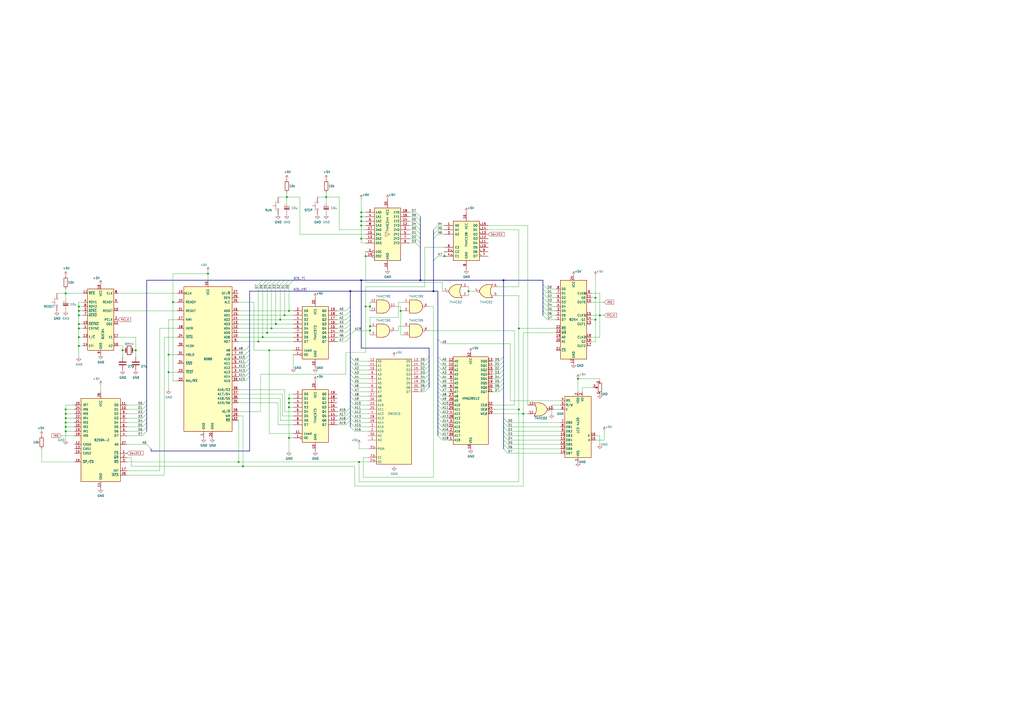
<source format=kicad_sch>
(kicad_sch (version 20211123) (generator eeschema)
  (paper "A2")
  (junction (at 38.1 237.49))
  (junction (at 45.72 180.34))
  (junction (at 100.33 175.26))
  (junction (at 45.72 177.8))
  (junction (at 160.02 187.96))
  (junction (at 165.1 182.88))
  (junction (at 347.98 182.88))
  (junction (at 97.79 205.74))
  (junction (at 38.1 247.65))
  (junction (at 71.12 203.2))
  (junction (at 167.64 236.22))
  (junction (at 232.41 180.34))
  (junction (at 38.1 242.57))
  (junction (at 45.72 190.5))
  (junction (at 335.28 219.71))
  (junction (at 214.63 177.8))
  (junction (at 209.55 125.73))
  (junction (at 45.72 182.88))
  (junction (at 292.1 162.56))
  (junction (at 243.84 162.56))
  (junction (at 214.63 191.77))
  (junction (at 167.64 233.68))
  (junction (at 209.55 138.43))
  (junction (at 203.2 168.91))
  (junction (at 212.09 177.8))
  (junction (at 208.28 267.97))
  (junction (at 38.1 250.19))
  (junction (at 97.79 215.9))
  (junction (at 140.97 270.51))
  (junction (at 271.78 168.91))
  (junction (at 162.56 185.42))
  (junction (at 300.99 237.49))
  (junction (at 149.86 198.12))
  (junction (at 345.44 172.72))
  (junction (at 257.81 148.59))
  (junction (at 154.94 193.04))
  (junction (at 166.37 114.3))
  (junction (at 138.43 267.97))
  (junction (at 45.72 187.96))
  (junction (at 167.64 231.14))
  (junction (at 78.74 203.2))
  (junction (at 157.48 190.5))
  (junction (at 45.72 200.66))
  (junction (at 251.46 168.91))
  (junction (at 167.64 180.34))
  (junction (at 38.1 170.18))
  (junction (at 303.53 240.03))
  (junction (at 156.21 203.2))
  (junction (at 212.09 148.59))
  (junction (at 214.63 189.23))
  (junction (at 38.1 240.03))
  (junction (at 152.4 195.58))
  (junction (at 167.64 254))
  (junction (at 120.65 158.75))
  (junction (at 45.72 195.58))
  (junction (at 345.44 185.42))
  (junction (at 209.55 162.56))
  (junction (at 209.55 130.81))
  (junction (at 209.55 128.27))
  (junction (at 209.55 123.19))
  (junction (at 38.1 245.11))
  (junction (at 189.23 114.3))
  (junction (at 300.99 190.5))
  (bus_entry (at 203.2 234.95) (size 2.54 2.54))
  (bus_entry (at 254 214.63) (size 2.54 2.54))
  (bus_entry (at 142.24 215.9) (size 2.54 -2.54))
  (bus_entry (at 142.24 210.82) (size 2.54 -2.54))
  (bus_entry (at 241.3 133.35) (size 2.54 2.54))
  (bus_entry (at 200.66 187.96) (size 2.54 -2.54))
  (bus_entry (at 241.3 125.73) (size 2.54 2.54))
  (bus_entry (at 241.3 128.27) (size 2.54 2.54))
  (bus_entry (at 254 212.09) (size 2.54 2.54))
  (bus_entry (at 82.55 240.03) (size 2.54 -2.54))
  (bus_entry (at 142.24 203.2) (size 2.54 -2.54))
  (bus_entry (at 314.96 180.34) (size 2.54 2.54))
  (bus_entry (at 152.4 165.1) (size 2.54 -2.54))
  (bus_entry (at 203.2 227.33) (size 2.54 2.54))
  (bus_entry (at 292.1 247.65) (size 2.54 2.54))
  (bus_entry (at 254 148.59) (size -2.54 2.54))
  (bus_entry (at 254 130.81) (size -2.54 2.54))
  (bus_entry (at 254 133.35) (size -2.54 2.54))
  (bus_entry (at 254 135.89) (size -2.54 2.54))
  (bus_entry (at 246.38 212.09) (size 2.54 -2.54))
  (bus_entry (at 289.56 217.17) (size 2.54 -2.54))
  (bus_entry (at 203.2 242.57) (size 2.54 2.54))
  (bus_entry (at 292.1 255.27) (size 2.54 2.54))
  (bus_entry (at 254 222.25) (size 2.54 2.54))
  (bus_entry (at 82.55 234.95) (size 2.54 -2.54))
  (bus_entry (at 82.55 237.49) (size 2.54 -2.54))
  (bus_entry (at 246.38 217.17) (size 2.54 -2.54))
  (bus_entry (at 203.2 207.01) (size 2.54 2.54))
  (bus_entry (at 203.2 209.55) (size 2.54 2.54))
  (bus_entry (at 254 224.79) (size 2.54 2.54))
  (bus_entry (at 142.24 205.74) (size 2.54 -2.54))
  (bus_entry (at 246.38 224.79) (size 2.54 -2.54))
  (bus_entry (at 203.2 232.41) (size 2.54 2.54))
  (bus_entry (at 254 207.01) (size 2.54 2.54))
  (bus_entry (at 203.2 237.49) (size 2.54 2.54))
  (bus_entry (at 314.96 172.72) (size 2.54 2.54))
  (bus_entry (at 254 196.85) (size 2.54 2.54))
  (bus_entry (at 142.24 220.98) (size 2.54 -2.54))
  (bus_entry (at 82.55 242.57) (size 2.54 -2.54))
  (bus_entry (at 254 234.95) (size 2.54 2.54))
  (bus_entry (at 241.3 140.97) (size 2.54 2.54))
  (bus_entry (at 254 242.57) (size 2.54 2.54))
  (bus_entry (at 254 217.17) (size 2.54 2.54))
  (bus_entry (at 292.1 250.19) (size 2.54 2.54))
  (bus_entry (at 200.66 198.12) (size 2.54 -2.54))
  (bus_entry (at 200.66 238.76) (size 2.54 -2.54))
  (bus_entry (at 200.66 182.88) (size 2.54 -2.54))
  (bus_entry (at 154.94 165.1) (size 2.54 -2.54))
  (bus_entry (at 200.66 190.5) (size 2.54 -2.54))
  (bus_entry (at 241.3 135.89) (size 2.54 2.54))
  (bus_entry (at 160.02 165.1) (size 2.54 -2.54))
  (bus_entry (at 292.1 260.35) (size 2.54 2.54))
  (bus_entry (at 142.24 218.44) (size 2.54 -2.54))
  (bus_entry (at 289.56 227.33) (size 2.54 -2.54))
  (bus_entry (at 292.1 242.57) (size 2.54 2.54))
  (bus_entry (at 289.56 222.25) (size 2.54 -2.54))
  (bus_entry (at 289.56 224.79) (size 2.54 -2.54))
  (bus_entry (at 289.56 214.63) (size 2.54 -2.54))
  (bus_entry (at 82.55 250.19) (size 2.54 -2.54))
  (bus_entry (at 203.2 217.17) (size 2.54 2.54))
  (bus_entry (at 200.66 246.38) (size 2.54 -2.54))
  (bus_entry (at 200.66 243.84) (size 2.54 -2.54))
  (bus_entry (at 142.24 213.36) (size 2.54 -2.54))
  (bus_entry (at 314.96 175.26) (size 2.54 2.54))
  (bus_entry (at 254 245.11) (size 2.54 2.54))
  (bus_entry (at 203.2 229.87) (size 2.54 2.54))
  (bus_entry (at 200.66 193.04) (size 2.54 -2.54))
  (bus_entry (at 241.3 123.19) (size 2.54 2.54))
  (bus_entry (at 85.09 257.81) (size 2.54 2.54))
  (bus_entry (at 254 240.03) (size 2.54 2.54))
  (bus_entry (at 289.56 212.09) (size 2.54 -2.54))
  (bus_entry (at 292.1 245.11) (size 2.54 2.54))
  (bus_entry (at 314.96 177.8) (size 2.54 2.54))
  (bus_entry (at 314.96 170.18) (size 2.54 2.54))
  (bus_entry (at 203.2 194.31) (size 2.54 -2.54))
  (bus_entry (at 254 227.33) (size 2.54 2.54))
  (bus_entry (at 157.48 165.1) (size 2.54 -2.54))
  (bus_entry (at 203.2 247.65) (size 2.54 2.54))
  (bus_entry (at 167.64 165.1) (size 2.54 -2.54))
  (bus_entry (at 289.56 209.55) (size 2.54 -2.54))
  (bus_entry (at 241.3 130.81) (size 2.54 2.54))
  (bus_entry (at 203.2 214.63) (size 2.54 2.54))
  (bus_entry (at 203.2 245.11) (size 2.54 2.54))
  (bus_entry (at 82.55 252.73) (size 2.54 -2.54))
  (bus_entry (at 292.1 252.73) (size 2.54 2.54))
  (bus_entry (at 314.96 165.1) (size 2.54 2.54))
  (bus_entry (at 246.38 219.71) (size 2.54 -2.54))
  (bus_entry (at 246.38 214.63) (size 2.54 -2.54))
  (bus_entry (at 82.55 247.65) (size 2.54 -2.54))
  (bus_entry (at 162.56 165.1) (size 2.54 -2.54))
  (bus_entry (at 142.24 208.28) (size 2.54 -2.54))
  (bus_entry (at 203.2 240.03) (size 2.54 2.54))
  (bus_entry (at 82.55 245.11) (size 2.54 -2.54))
  (bus_entry (at 246.38 209.55) (size 2.54 -2.54))
  (bus_entry (at 246.38 227.33) (size 2.54 -2.54))
  (bus_entry (at 292.1 257.81) (size 2.54 2.54))
  (bus_entry (at 254 229.87) (size 2.54 2.54))
  (bus_entry (at 254 237.49) (size 2.54 2.54))
  (bus_entry (at 200.66 241.3) (size 2.54 -2.54))
  (bus_entry (at 246.38 222.25) (size 2.54 -2.54))
  (bus_entry (at 289.56 219.71) (size 2.54 -2.54))
  (bus_entry (at 314.96 167.64) (size 2.54 2.54))
  (bus_entry (at 254 209.55) (size 2.54 2.54))
  (bus_entry (at 149.86 165.1) (size 2.54 -2.54))
  (bus_entry (at 203.2 212.09) (size 2.54 2.54))
  (bus_entry (at 254 250.19) (size 2.54 2.54))
  (bus_entry (at 200.66 195.58) (size 2.54 -2.54))
  (bus_entry (at 203.2 219.71) (size 2.54 2.54))
  (bus_entry (at 254 232.41) (size 2.54 2.54))
  (bus_entry (at 241.3 138.43) (size 2.54 2.54))
  (bus_entry (at 200.66 185.42) (size 2.54 -2.54))
  (bus_entry (at 165.1 165.1) (size 2.54 -2.54))
  (bus_entry (at 200.66 180.34) (size 2.54 -2.54))
  (bus_entry (at 254 247.65) (size 2.54 2.54))
  (bus_entry (at 203.2 224.79) (size 2.54 2.54))
  (bus_entry (at 254 252.73) (size 2.54 2.54))
  (bus_entry (at 203.2 222.25) (size 2.54 2.54))
  (bus_entry (at 314.96 182.88) (size 2.54 2.54))
  (bus_entry (at 254 219.71) (size 2.54 2.54))
  (bus (pts (xy 254 242.57) (xy 254 245.11)))
  (wire (pts (xy 205.74 209.55) (xy 213.36 209.55)))
  (wire (pts (xy 195.58 193.04) (xy 200.66 193.04)))
  (wire (pts (xy 322.58 193.04) (xy 303.53 193.04)))
  (wire (pts (xy 256.54 168.91) (xy 256.54 163.83)))
  (wire (pts (xy 243.84 212.09) (xy 246.38 212.09)))
  (wire (pts (xy 209.55 140.97) (xy 209.55 138.43)))
  (wire (pts (xy 237.49 130.81) (xy 241.3 130.81)))
  (wire (pts (xy 45.72 195.58) (xy 48.26 195.58)))
  (bus (pts (xy 203.2 187.96) (xy 203.2 190.5)))
  (wire (pts (xy 167.64 165.1) (xy 167.64 180.34)))
  (bus (pts (xy 165.1 162.56) (xy 167.64 162.56)))
  (bus (pts (xy 248.92 207.01) (xy 248.92 209.55)))
  (wire (pts (xy 231.14 189.23) (xy 231.14 191.77)))
  (wire (pts (xy 38.1 250.19) (xy 38.1 255.27)))
  (wire (pts (xy 205.74 191.77) (xy 214.63 191.77)))
  (wire (pts (xy 205.74 229.87) (xy 213.36 229.87)))
  (wire (pts (xy 165.1 182.88) (xy 170.18 182.88)))
  (wire (pts (xy 138.43 241.3) (xy 140.97 241.3)))
  (wire (pts (xy 102.87 215.9) (xy 97.79 215.9)))
  (wire (pts (xy 170.18 193.04) (xy 154.94 193.04)))
  (bus (pts (xy 144.78 168.91) (xy 144.78 200.66)))
  (bus (pts (xy 203.2 238.76) (xy 203.2 240.03)))
  (wire (pts (xy 285.75 224.79) (xy 289.56 224.79)))
  (bus (pts (xy 314.96 165.1) (xy 314.96 167.64)))
  (wire (pts (xy 325.12 234.95) (xy 320.04 234.95)))
  (wire (pts (xy 38.1 179.07) (xy 38.1 180.34)))
  (wire (pts (xy 156.21 203.2) (xy 170.18 203.2)))
  (wire (pts (xy 243.84 227.33) (xy 246.38 227.33)))
  (wire (pts (xy 298.45 191.77) (xy 298.45 234.95)))
  (bus (pts (xy 85.09 247.65) (xy 85.09 250.19)))
  (wire (pts (xy 73.66 267.97) (xy 138.43 267.97)))
  (wire (pts (xy 68.58 170.18) (xy 102.87 170.18)))
  (bus (pts (xy 243.84 162.56) (xy 209.55 162.56)))
  (wire (pts (xy 200.66 185.42) (xy 195.58 185.42)))
  (wire (pts (xy 78.74 195.58) (xy 78.74 203.2)))
  (wire (pts (xy 233.68 180.34) (xy 232.41 180.34)))
  (wire (pts (xy 156.21 251.46) (xy 170.18 251.46)))
  (wire (pts (xy 214.63 175.26) (xy 214.63 177.8)))
  (wire (pts (xy 200.66 217.17) (xy 200.66 204.47)))
  (bus (pts (xy 152.4 162.56) (xy 154.94 162.56)))
  (bus (pts (xy 292.1 162.56) (xy 314.96 162.56)))
  (bus (pts (xy 203.2 185.42) (xy 203.2 187.96)))
  (wire (pts (xy 342.9 182.88) (xy 347.98 182.88)))
  (wire (pts (xy 45.72 187.96) (xy 45.72 190.5)))
  (wire (pts (xy 232.41 194.31) (xy 233.68 194.31)))
  (bus (pts (xy 243.84 143.51) (xy 243.84 162.56)))
  (bus (pts (xy 292.1 224.79) (xy 292.1 242.57)))
  (wire (pts (xy 205.74 219.71) (xy 213.36 219.71)))
  (bus (pts (xy 254 168.91) (xy 254 196.85)))
  (wire (pts (xy 160.02 187.96) (xy 170.18 187.96)))
  (wire (pts (xy 170.18 228.6) (xy 167.64 228.6)))
  (wire (pts (xy 254 148.59) (xy 257.81 148.59)))
  (bus (pts (xy 314.96 172.72) (xy 314.96 175.26)))
  (wire (pts (xy 162.56 231.14) (xy 162.56 243.84)))
  (wire (pts (xy 195.58 182.88) (xy 200.66 182.88)))
  (bus (pts (xy 85.09 240.03) (xy 85.09 242.57)))
  (bus (pts (xy 254 234.95) (xy 254 237.49)))
  (wire (pts (xy 295.91 199.39) (xy 256.54 199.39)))
  (wire (pts (xy 120.65 158.75) (xy 120.65 162.56)))
  (wire (pts (xy 154.94 193.04) (xy 138.43 193.04)))
  (bus (pts (xy 203.2 212.09) (xy 203.2 214.63)))
  (bus (pts (xy 292.1 247.65) (xy 292.1 250.19)))
  (bus (pts (xy 85.09 232.41) (xy 85.09 234.95)))
  (bus (pts (xy 248.92 214.63) (xy 248.92 217.17)))
  (wire (pts (xy 73.66 240.03) (xy 82.55 240.03)))
  (wire (pts (xy 73.66 273.05) (xy 92.71 273.05)))
  (wire (pts (xy 212.09 148.59) (xy 212.09 146.05)))
  (bus (pts (xy 203.2 219.71) (xy 203.2 222.25)))
  (wire (pts (xy 142.24 205.74) (xy 138.43 205.74)))
  (wire (pts (xy 200.66 180.34) (xy 195.58 180.34)))
  (wire (pts (xy 294.64 260.35) (xy 325.12 260.35)))
  (bus (pts (xy 254 229.87) (xy 254 232.41)))
  (wire (pts (xy 167.64 233.68) (xy 170.18 233.68)))
  (wire (pts (xy 43.18 250.19) (xy 38.1 250.19)))
  (wire (pts (xy 337.82 224.79) (xy 344.17 224.79)))
  (wire (pts (xy 214.63 177.8) (xy 214.63 180.34)))
  (bus (pts (xy 254 247.65) (xy 254 250.19)))
  (bus (pts (xy 254 240.03) (xy 254 242.57)))
  (bus (pts (xy 85.09 237.49) (xy 85.09 240.03)))
  (wire (pts (xy 209.55 130.81) (xy 212.09 130.81)))
  (wire (pts (xy 294.64 262.89) (xy 325.12 262.89)))
  (wire (pts (xy 246.38 143.51) (xy 257.81 143.51)))
  (bus (pts (xy 167.64 162.56) (xy 170.18 162.56)))
  (bus (pts (xy 248.92 212.09) (xy 248.92 214.63)))
  (wire (pts (xy 256.54 252.73) (xy 260.35 252.73)))
  (bus (pts (xy 203.2 190.5) (xy 203.2 193.04)))
  (wire (pts (xy 73.66 237.49) (xy 82.55 237.49)))
  (bus (pts (xy 203.2 168.91) (xy 251.46 168.91)))
  (wire (pts (xy 200.66 204.47) (xy 212.09 204.47)))
  (wire (pts (xy 347.98 182.88) (xy 350.52 182.88)))
  (bus (pts (xy 292.1 245.11) (xy 292.1 247.65)))
  (wire (pts (xy 300.99 279.4) (xy 300.99 237.49)))
  (wire (pts (xy 140.97 270.51) (xy 205.74 270.51)))
  (bus (pts (xy 144.78 168.91) (xy 203.2 168.91)))
  (wire (pts (xy 170.18 180.34) (xy 167.64 180.34)))
  (wire (pts (xy 345.44 172.72) (xy 345.44 185.42)))
  (wire (pts (xy 189.23 111.76) (xy 189.23 114.3)))
  (wire (pts (xy 321.31 237.49) (xy 325.12 237.49)))
  (wire (pts (xy 256.54 240.03) (xy 260.35 240.03)))
  (wire (pts (xy 45.72 195.58) (xy 45.72 200.66)))
  (wire (pts (xy 147.32 175.26) (xy 147.32 203.2)))
  (wire (pts (xy 189.23 114.3) (xy 189.23 118.11)))
  (wire (pts (xy 24.13 267.97) (xy 43.18 267.97)))
  (bus (pts (xy 203.2 245.11) (xy 203.2 247.65)))
  (wire (pts (xy 209.55 128.27) (xy 209.55 125.73)))
  (wire (pts (xy 205.74 247.65) (xy 213.36 247.65)))
  (wire (pts (xy 24.13 260.35) (xy 24.13 267.97)))
  (wire (pts (xy 195.58 198.12) (xy 200.66 198.12)))
  (wire (pts (xy 195.58 187.96) (xy 200.66 187.96)))
  (wire (pts (xy 303.53 240.03) (xy 303.53 281.94)))
  (wire (pts (xy 76.2 270.51) (xy 140.97 270.51)))
  (wire (pts (xy 256.54 237.49) (xy 260.35 237.49)))
  (wire (pts (xy 237.49 133.35) (xy 241.3 133.35)))
  (bus (pts (xy 144.78 200.66) (xy 144.78 203.2)))
  (wire (pts (xy 68.58 195.58) (xy 78.74 195.58)))
  (wire (pts (xy 251.46 276.86) (xy 251.46 177.8)))
  (wire (pts (xy 231.14 175.26) (xy 231.14 184.15)))
  (bus (pts (xy 203.2 236.22) (xy 203.2 237.49)))
  (wire (pts (xy 342.9 172.72) (xy 345.44 172.72)))
  (wire (pts (xy 212.09 138.43) (xy 209.55 138.43)))
  (bus (pts (xy 254 232.41) (xy 254 234.95)))
  (wire (pts (xy 232.41 180.34) (xy 232.41 177.8)))
  (wire (pts (xy 285.75 240.03) (xy 303.53 240.03)))
  (wire (pts (xy 102.87 190.5) (xy 92.71 190.5)))
  (wire (pts (xy 212.09 163.83) (xy 212.09 148.59)))
  (wire (pts (xy 165.1 165.1) (xy 165.1 182.88)))
  (bus (pts (xy 144.78 261.62) (xy 87.63 261.62)))
  (wire (pts (xy 166.37 114.3) (xy 161.29 114.3)))
  (bus (pts (xy 314.96 170.18) (xy 314.96 172.72)))
  (wire (pts (xy 205.74 214.63) (xy 213.36 214.63)))
  (wire (pts (xy 167.64 231.14) (xy 170.18 231.14)))
  (wire (pts (xy 237.49 125.73) (xy 241.3 125.73)))
  (bus (pts (xy 203.2 229.87) (xy 203.2 232.41)))
  (wire (pts (xy 271.78 168.91) (xy 274.32 168.91)))
  (wire (pts (xy 212.09 125.73) (xy 209.55 125.73)))
  (wire (pts (xy 256.54 212.09) (xy 260.35 212.09)))
  (wire (pts (xy 237.49 138.43) (xy 241.3 138.43)))
  (wire (pts (xy 285.75 217.17) (xy 289.56 217.17)))
  (wire (pts (xy 45.72 182.88) (xy 45.72 187.96)))
  (bus (pts (xy 144.78 210.82) (xy 144.78 213.36)))
  (wire (pts (xy 120.65 157.48) (xy 120.65 158.75)))
  (wire (pts (xy 165.1 226.06) (xy 165.1 238.76)))
  (wire (pts (xy 138.43 198.12) (xy 149.86 198.12)))
  (wire (pts (xy 157.48 165.1) (xy 157.48 190.5)))
  (wire (pts (xy 248.92 191.77) (xy 298.45 191.77)))
  (wire (pts (xy 345.44 160.02) (xy 345.44 172.72)))
  (bus (pts (xy 170.18 162.56) (xy 209.55 162.56)))
  (wire (pts (xy 237.49 128.27) (xy 241.3 128.27)))
  (bus (pts (xy 160.02 162.56) (xy 162.56 162.56)))
  (wire (pts (xy 45.72 180.34) (xy 45.72 182.88)))
  (wire (pts (xy 45.72 190.5) (xy 45.72 195.58)))
  (wire (pts (xy 100.33 220.98) (xy 100.33 175.26)))
  (bus (pts (xy 292.1 242.57) (xy 292.1 245.11)))
  (bus (pts (xy 254 224.79) (xy 254 227.33)))
  (wire (pts (xy 300.99 237.49) (xy 300.99 190.5)))
  (wire (pts (xy 73.66 252.73) (xy 82.55 252.73)))
  (wire (pts (xy 209.55 115.57) (xy 209.55 123.19)))
  (bus (pts (xy 203.2 195.58) (xy 203.2 207.01)))
  (bus (pts (xy 209.55 162.56) (xy 209.55 201.93)))
  (wire (pts (xy 161.29 246.38) (xy 170.18 246.38)))
  (wire (pts (xy 294.64 257.81) (xy 325.12 257.81)))
  (wire (pts (xy 166.37 111.76) (xy 166.37 114.3)))
  (wire (pts (xy 45.72 200.66) (xy 48.26 200.66)))
  (wire (pts (xy 243.84 217.17) (xy 246.38 217.17)))
  (wire (pts (xy 196.85 114.3) (xy 189.23 114.3)))
  (wire (pts (xy 78.74 203.2) (xy 78.74 207.01)))
  (wire (pts (xy 173.99 135.89) (xy 173.99 114.3)))
  (wire (pts (xy 76.2 265.43) (xy 76.2 270.51)))
  (wire (pts (xy 246.38 166.37) (xy 246.38 143.51)))
  (wire (pts (xy 73.66 257.81) (xy 85.09 257.81)))
  (wire (pts (xy 285.75 214.63) (xy 289.56 214.63)))
  (bus (pts (xy 243.84 125.73) (xy 243.84 128.27)))
  (wire (pts (xy 151.13 238.76) (xy 151.13 217.17)))
  (wire (pts (xy 208.28 257.81) (xy 208.28 260.35)))
  (wire (pts (xy 38.1 167.64) (xy 38.1 170.18)))
  (bus (pts (xy 314.96 177.8) (xy 314.96 180.34)))
  (bus (pts (xy 254 207.01) (xy 254 209.55)))
  (bus (pts (xy 248.92 222.25) (xy 248.92 224.79)))
  (wire (pts (xy 73.66 247.65) (xy 82.55 247.65)))
  (wire (pts (xy 138.43 213.36) (xy 142.24 213.36)))
  (wire (pts (xy 100.33 158.75) (xy 100.33 175.26)))
  (wire (pts (xy 342.9 185.42) (xy 345.44 185.42)))
  (wire (pts (xy 209.55 123.19) (xy 209.55 125.73)))
  (wire (pts (xy 195.58 243.84) (xy 200.66 243.84)))
  (wire (pts (xy 38.1 245.11) (xy 38.1 242.57)))
  (wire (pts (xy 71.12 203.2) (xy 71.12 207.01)))
  (bus (pts (xy 292.1 207.01) (xy 292.1 209.55)))
  (bus (pts (xy 248.92 219.71) (xy 248.92 222.25)))
  (wire (pts (xy 294.64 245.11) (xy 325.12 245.11)))
  (wire (pts (xy 256.54 217.17) (xy 260.35 217.17)))
  (wire (pts (xy 212.09 204.47) (xy 212.09 177.8)))
  (bus (pts (xy 292.1 162.56) (xy 243.84 162.56)))
  (wire (pts (xy 173.99 114.3) (xy 166.37 114.3)))
  (wire (pts (xy 306.07 234.95) (xy 306.07 130.81)))
  (wire (pts (xy 294.64 247.65) (xy 325.12 247.65)))
  (bus (pts (xy 254 219.71) (xy 254 222.25)))
  (wire (pts (xy 45.72 180.34) (xy 48.26 180.34)))
  (wire (pts (xy 294.64 252.73) (xy 325.12 252.73)))
  (wire (pts (xy 48.26 175.26) (xy 45.72 175.26)))
  (wire (pts (xy 210.82 276.86) (xy 251.46 276.86)))
  (wire (pts (xy 138.43 195.58) (xy 152.4 195.58)))
  (bus (pts (xy 203.2 177.8) (xy 203.2 180.34)))
  (wire (pts (xy 97.79 185.42) (xy 97.79 205.74)))
  (wire (pts (xy 38.1 234.95) (xy 43.18 234.95)))
  (wire (pts (xy 167.64 236.22) (xy 167.64 254)))
  (wire (pts (xy 205.74 232.41) (xy 213.36 232.41)))
  (wire (pts (xy 345.44 252.73) (xy 347.98 252.73)))
  (wire (pts (xy 167.64 233.68) (xy 167.64 236.22)))
  (wire (pts (xy 200.66 195.58) (xy 195.58 195.58)))
  (wire (pts (xy 142.24 210.82) (xy 138.43 210.82)))
  (wire (pts (xy 256.54 163.83) (xy 212.09 163.83)))
  (wire (pts (xy 256.54 247.65) (xy 260.35 247.65)))
  (wire (pts (xy 254 130.81) (xy 257.81 130.81)))
  (wire (pts (xy 154.94 165.1) (xy 154.94 193.04)))
  (wire (pts (xy 165.1 238.76) (xy 170.18 238.76)))
  (wire (pts (xy 163.83 241.3) (xy 170.18 241.3)))
  (bus (pts (xy 203.2 241.3) (xy 203.2 242.57)))
  (bus (pts (xy 254 209.55) (xy 254 212.09)))
  (wire (pts (xy 43.18 245.11) (xy 38.1 245.11)))
  (wire (pts (xy 347.98 219.71) (xy 335.28 219.71)))
  (wire (pts (xy 285.75 219.71) (xy 289.56 219.71)))
  (bus (pts (xy 85.09 162.56) (xy 152.4 162.56)))
  (wire (pts (xy 73.66 265.43) (xy 76.2 265.43)))
  (wire (pts (xy 283.21 130.81) (xy 306.07 130.81)))
  (bus (pts (xy 292.1 207.01) (xy 292.1 162.56)))
  (bus (pts (xy 314.96 180.34) (xy 314.96 182.88)))
  (wire (pts (xy 300.99 190.5) (xy 322.58 190.5)))
  (wire (pts (xy 256.54 224.79) (xy 260.35 224.79)))
  (bus (pts (xy 203.2 243.84) (xy 203.2 245.11)))
  (wire (pts (xy 170.18 205.74) (xy 170.18 213.36)))
  (wire (pts (xy 151.13 217.17) (xy 200.66 217.17)))
  (wire (pts (xy 295.91 232.41) (xy 325.12 232.41)))
  (bus (pts (xy 144.78 213.36) (xy 144.78 215.9)))
  (wire (pts (xy 232.41 180.34) (xy 232.41 194.31)))
  (wire (pts (xy 303.53 240.03) (xy 306.07 240.03)))
  (wire (pts (xy 285.75 227.33) (xy 289.56 227.33)))
  (wire (pts (xy 231.14 191.77) (xy 229.87 191.77)))
  (wire (pts (xy 138.43 218.44) (xy 142.24 218.44)))
  (bus (pts (xy 144.78 205.74) (xy 144.78 208.28)))
  (bus (pts (xy 314.96 167.64) (xy 314.96 170.18)))
  (wire (pts (xy 285.75 212.09) (xy 289.56 212.09)))
  (wire (pts (xy 162.56 243.84) (xy 170.18 243.84)))
  (wire (pts (xy 205.74 234.95) (xy 213.36 234.95)))
  (bus (pts (xy 144.78 218.44) (xy 144.78 261.62)))
  (wire (pts (xy 68.58 200.66) (xy 71.12 200.66)))
  (wire (pts (xy 285.75 237.49) (xy 300.99 237.49)))
  (wire (pts (xy 251.46 177.8) (xy 248.92 177.8)))
  (wire (pts (xy 212.09 123.19) (xy 209.55 123.19)))
  (wire (pts (xy 209.55 130.81) (xy 209.55 138.43)))
  (wire (pts (xy 161.29 233.68) (xy 161.29 246.38)))
  (wire (pts (xy 45.72 177.8) (xy 48.26 177.8)))
  (wire (pts (xy 256.54 232.41) (xy 260.35 232.41)))
  (wire (pts (xy 152.4 195.58) (xy 170.18 195.58)))
  (wire (pts (xy 138.43 190.5) (xy 157.48 190.5)))
  (bus (pts (xy 292.1 257.81) (xy 292.1 260.35)))
  (bus (pts (xy 292.1 214.63) (xy 292.1 217.17)))
  (wire (pts (xy 347.98 182.88) (xy 347.98 195.58)))
  (wire (pts (xy 214.63 184.15) (xy 214.63 189.23)))
  (bus (pts (xy 243.84 128.27) (xy 243.84 130.81)))
  (wire (pts (xy 138.43 182.88) (xy 165.1 182.88)))
  (wire (pts (xy 73.66 250.19) (xy 82.55 250.19)))
  (wire (pts (xy 300.99 190.5) (xy 300.99 171.45)))
  (wire (pts (xy 73.66 242.57) (xy 82.55 242.57)))
  (wire (pts (xy 294.64 250.19) (xy 325.12 250.19)))
  (wire (pts (xy 233.68 189.23) (xy 231.14 189.23)))
  (bus (pts (xy 85.09 245.11) (xy 85.09 247.65)))
  (bus (pts (xy 292.1 219.71) (xy 292.1 222.25)))
  (wire (pts (xy 317.5 185.42) (xy 322.58 185.42)))
  (wire (pts (xy 189.23 114.3) (xy 184.15 114.3)))
  (wire (pts (xy 45.72 175.26) (xy 45.72 177.8)))
  (bus (pts (xy 254 196.85) (xy 254 207.01)))
  (wire (pts (xy 97.79 215.9) (xy 97.79 226.06)))
  (wire (pts (xy 285.75 222.25) (xy 289.56 222.25)))
  (wire (pts (xy 303.53 193.04) (xy 303.53 240.03)))
  (wire (pts (xy 256.54 229.87) (xy 260.35 229.87)))
  (wire (pts (xy 212.09 140.97) (xy 209.55 140.97)))
  (wire (pts (xy 205.74 250.19) (xy 213.36 250.19)))
  (wire (pts (xy 38.1 170.18) (xy 38.1 173.99)))
  (wire (pts (xy 342.9 198.12) (xy 345.44 198.12)))
  (wire (pts (xy 300.99 166.37) (xy 289.56 166.37)))
  (wire (pts (xy 38.1 247.65) (xy 38.1 245.11)))
  (wire (pts (xy 38.1 170.18) (xy 48.26 170.18)))
  (wire (pts (xy 45.72 190.5) (xy 48.26 190.5)))
  (wire (pts (xy 45.72 200.66) (xy 45.72 207.01)))
  (wire (pts (xy 205.74 224.79) (xy 213.36 224.79)))
  (wire (pts (xy 256.54 222.25) (xy 260.35 222.25)))
  (wire (pts (xy 317.5 167.64) (xy 322.58 167.64)))
  (wire (pts (xy 138.43 231.14) (xy 162.56 231.14)))
  (wire (pts (xy 205.74 270.51) (xy 205.74 281.94)))
  (wire (pts (xy 205.74 245.11) (xy 213.36 245.11)))
  (wire (pts (xy 142.24 220.98) (xy 138.43 220.98)))
  (wire (pts (xy 102.87 220.98) (xy 100.33 220.98)))
  (wire (pts (xy 138.43 203.2) (xy 142.24 203.2)))
  (wire (pts (xy 149.86 198.12) (xy 170.18 198.12)))
  (bus (pts (xy 251.46 138.43) (xy 251.46 151.13)))
  (wire (pts (xy 283.21 133.35) (xy 300.99 133.35)))
  (wire (pts (xy 205.74 227.33) (xy 213.36 227.33)))
  (wire (pts (xy 243.84 209.55) (xy 246.38 209.55)))
  (bus (pts (xy 144.78 215.9) (xy 144.78 218.44)))
  (wire (pts (xy 167.64 231.14) (xy 167.64 233.68)))
  (wire (pts (xy 209.55 128.27) (xy 212.09 128.27)))
  (bus (pts (xy 209.55 201.93) (xy 248.92 201.93)))
  (wire (pts (xy 167.64 254) (xy 167.64 261.62)))
  (wire (pts (xy 243.84 222.25) (xy 246.38 222.25)))
  (wire (pts (xy 342.9 170.18) (xy 347.98 170.18)))
  (wire (pts (xy 73.66 245.11) (xy 82.55 245.11)))
  (wire (pts (xy 347.98 170.18) (xy 347.98 182.88)))
  (bus (pts (xy 248.92 201.93) (xy 248.92 207.01)))
  (bus (pts (xy 248.92 209.55) (xy 248.92 212.09)))
  (bus (pts (xy 203.2 234.95) (xy 203.2 236.22)))
  (wire (pts (xy 167.64 236.22) (xy 170.18 236.22)))
  (bus (pts (xy 254 250.19) (xy 254 252.73)))
  (wire (pts (xy 320.04 234.95) (xy 320.04 240.03)))
  (wire (pts (xy 345.44 185.42) (xy 345.44 198.12)))
  (wire (pts (xy 102.87 205.74) (xy 97.79 205.74)))
  (bus (pts (xy 154.94 162.56) (xy 157.48 162.56)))
  (bus (pts (xy 203.2 237.49) (xy 203.2 238.76)))
  (wire (pts (xy 167.64 228.6) (xy 167.64 231.14)))
  (wire (pts (xy 156.21 203.2) (xy 156.21 251.46)))
  (bus (pts (xy 243.84 140.97) (xy 243.84 143.51)))
  (wire (pts (xy 256.54 219.71) (xy 260.35 219.71)))
  (wire (pts (xy 35.56 252.73) (xy 43.18 252.73)))
  (wire (pts (xy 166.37 123.19) (xy 166.37 124.46)))
  (wire (pts (xy 38.1 237.49) (xy 38.1 234.95)))
  (wire (pts (xy 43.18 240.03) (xy 38.1 240.03)))
  (wire (pts (xy 170.18 254) (xy 167.64 254)))
  (bus (pts (xy 243.84 130.81) (xy 243.84 133.35)))
  (wire (pts (xy 317.5 180.34) (xy 322.58 180.34)))
  (wire (pts (xy 138.43 228.6) (xy 163.83 228.6)))
  (wire (pts (xy 102.87 195.58) (xy 95.25 195.58)))
  (wire (pts (xy 256.54 255.27) (xy 260.35 255.27)))
  (wire (pts (xy 208.28 260.35) (xy 213.36 260.35)))
  (wire (pts (xy 45.72 187.96) (xy 48.26 187.96)))
  (wire (pts (xy 167.64 180.34) (xy 138.43 180.34)))
  (wire (pts (xy 212.09 133.35) (xy 196.85 133.35)))
  (bus (pts (xy 243.84 133.35) (xy 243.84 135.89)))
  (bus (pts (xy 162.56 162.56) (xy 165.1 162.56)))
  (wire (pts (xy 205.74 217.17) (xy 213.36 217.17)))
  (bus (pts (xy 203.2 168.91) (xy 203.2 177.8)))
  (wire (pts (xy 295.91 232.41) (xy 295.91 199.39)))
  (bus (pts (xy 292.1 212.09) (xy 292.1 214.63)))
  (bus (pts (xy 203.2 222.25) (xy 203.2 224.79)))
  (wire (pts (xy 256.54 227.33) (xy 260.35 227.33)))
  (bus (pts (xy 203.2 193.04) (xy 203.2 194.31)))
  (bus (pts (xy 203.2 240.03) (xy 203.2 241.3)))
  (wire (pts (xy 45.72 177.8) (xy 45.72 180.34)))
  (wire (pts (xy 212.09 135.89) (xy 173.99 135.89)))
  (wire (pts (xy 205.74 212.09) (xy 213.36 212.09)))
  (wire (pts (xy 195.58 238.76) (xy 200.66 238.76)))
  (bus (pts (xy 85.09 242.57) (xy 85.09 245.11)))
  (wire (pts (xy 38.1 250.19) (xy 38.1 247.65)))
  (bus (pts (xy 203.2 242.57) (xy 203.2 243.84)))
  (wire (pts (xy 138.43 208.28) (xy 142.24 208.28)))
  (wire (pts (xy 300.99 133.35) (xy 300.99 166.37)))
  (bus (pts (xy 203.2 209.55) (xy 203.2 212.09)))
  (wire (pts (xy 95.25 195.58) (xy 95.25 275.59)))
  (bus (pts (xy 203.2 182.88) (xy 203.2 185.42)))
  (bus (pts (xy 203.2 232.41) (xy 203.2 234.95)))
  (wire (pts (xy 347.98 220.98) (xy 347.98 219.71)))
  (wire (pts (xy 256.54 234.95) (xy 260.35 234.95)))
  (bus (pts (xy 254 214.63) (xy 254 217.17)))
  (wire (pts (xy 147.32 203.2) (xy 156.21 203.2)))
  (bus (pts (xy 292.1 252.73) (xy 292.1 255.27)))
  (wire (pts (xy 71.12 200.66) (xy 71.12 203.2)))
  (wire (pts (xy 317.5 182.88) (xy 322.58 182.88)))
  (wire (pts (xy 100.33 175.26) (xy 102.87 175.26)))
  (bus (pts (xy 251.46 133.35) (xy 251.46 135.89)))
  (wire (pts (xy 256.54 245.11) (xy 260.35 245.11)))
  (bus (pts (xy 243.84 138.43) (xy 243.84 140.97)))
  (wire (pts (xy 205.74 240.03) (xy 213.36 240.03)))
  (wire (pts (xy 243.84 219.71) (xy 246.38 219.71)))
  (wire (pts (xy 205.74 281.94) (xy 303.53 281.94)))
  (bus (pts (xy 203.2 214.63) (xy 203.2 217.17)))
  (bus (pts (xy 144.78 203.2) (xy 144.78 205.74)))
  (bus (pts (xy 85.09 162.56) (xy 85.09 232.41)))
  (bus (pts (xy 314.96 162.56) (xy 314.96 165.1)))
  (wire (pts (xy 166.37 114.3) (xy 166.37 118.11)))
  (wire (pts (xy 140.97 241.3) (xy 140.97 270.51)))
  (wire (pts (xy 257.81 146.05) (xy 257.81 148.59)))
  (wire (pts (xy 157.48 190.5) (xy 170.18 190.5)))
  (bus (pts (xy 203.2 217.17) (xy 203.2 219.71)))
  (wire (pts (xy 285.75 209.55) (xy 289.56 209.55)))
  (wire (pts (xy 214.63 189.23) (xy 214.63 191.77)))
  (bus (pts (xy 254 212.09) (xy 254 214.63)))
  (wire (pts (xy 208.28 267.97) (xy 213.36 267.97)))
  (wire (pts (xy 271.78 171.45) (xy 271.78 168.91)))
  (wire (pts (xy 342.9 175.26) (xy 350.52 175.26)))
  (bus (pts (xy 243.84 135.89) (xy 243.84 138.43)))
  (bus (pts (xy 254 245.11) (xy 254 247.65)))
  (wire (pts (xy 58.42 223.52) (xy 58.42 227.33)))
  (wire (pts (xy 254 135.89) (xy 257.81 135.89)))
  (bus (pts (xy 292.1 209.55) (xy 292.1 212.09)))
  (wire (pts (xy 317.5 170.18) (xy 322.58 170.18)))
  (bus (pts (xy 292.1 222.25) (xy 292.1 224.79)))
  (wire (pts (xy 317.5 175.26) (xy 322.58 175.26)))
  (wire (pts (xy 38.1 240.03) (xy 38.1 237.49)))
  (wire (pts (xy 298.45 234.95) (xy 285.75 234.95)))
  (bus (pts (xy 251.46 168.91) (xy 254 168.91)))
  (wire (pts (xy 163.83 228.6) (xy 163.83 241.3)))
  (wire (pts (xy 160.02 165.1) (xy 160.02 187.96)))
  (wire (pts (xy 232.41 177.8) (xy 229.87 177.8)))
  (bus (pts (xy 254 217.17) (xy 254 219.71)))
  (wire (pts (xy 209.55 130.81) (xy 209.55 128.27)))
  (wire (pts (xy 92.71 190.5) (xy 92.71 273.05)))
  (bus (pts (xy 203.2 227.33) (xy 203.2 229.87)))
  (wire (pts (xy 213.36 265.43) (xy 210.82 265.43)))
  (wire (pts (xy 68.58 180.34) (xy 102.87 180.34)))
  (wire (pts (xy 212.09 177.8) (xy 212.09 166.37)))
  (wire (pts (xy 189.23 123.19) (xy 189.23 124.46)))
  (bus (pts (xy 251.46 135.89) (xy 251.46 138.43)))
  (wire (pts (xy 212.09 177.8) (xy 214.63 177.8)))
  (wire (pts (xy 45.72 182.88) (xy 48.26 182.88)))
  (wire (pts (xy 254 133.35) (xy 257.81 133.35)))
  (bus (pts (xy 254 222.25) (xy 254 224.79)))
  (wire (pts (xy 138.43 175.26) (xy 147.32 175.26)))
  (bus (pts (xy 292.1 255.27) (xy 292.1 257.81)))
  (bus (pts (xy 314.96 175.26) (xy 314.96 177.8)))
  (wire (pts (xy 102.87 185.42) (xy 97.79 185.42)))
  (wire (pts (xy 138.43 233.68) (xy 161.29 233.68)))
  (wire (pts (xy 350.52 255.27) (xy 350.52 250.19)))
  (bus (pts (xy 203.2 207.01) (xy 203.2 209.55)))
  (wire (pts (xy 243.84 224.79) (xy 246.38 224.79)))
  (wire (pts (xy 43.18 242.57) (xy 38.1 242.57)))
  (wire (pts (xy 256.54 209.55) (xy 260.35 209.55)))
  (wire (pts (xy 162.56 165.1) (xy 162.56 185.42)))
  (bus (pts (xy 203.2 194.31) (xy 203.2 195.58)))
  (wire (pts (xy 237.49 135.89) (xy 241.3 135.89)))
  (wire (pts (xy 149.86 165.1) (xy 149.86 198.12)))
  (wire (pts (xy 73.66 275.59) (xy 95.25 275.59)))
  (wire (pts (xy 317.5 177.8) (xy 322.58 177.8)))
  (wire (pts (xy 205.74 222.25) (xy 213.36 222.25)))
  (wire (pts (xy 256.54 214.63) (xy 260.35 214.63)))
  (wire (pts (xy 38.1 170.18) (xy 33.02 170.18)))
  (bus (pts (xy 144.78 208.28) (xy 144.78 210.82)))
  (wire (pts (xy 43.18 247.65) (xy 38.1 247.65)))
  (wire (pts (xy 138.43 226.06) (xy 165.1 226.06)))
  (wire (pts (xy 200.66 246.38) (xy 195.58 246.38)))
  (wire (pts (xy 337.82 227.33) (xy 337.82 224.79)))
  (wire (pts (xy 317.5 172.72) (xy 322.58 172.72)))
  (bus (pts (xy 292.1 217.17) (xy 292.1 219.71)))
  (wire (pts (xy 345.44 255.27) (xy 350.52 255.27)))
  (wire (pts (xy 162.56 185.42) (xy 138.43 185.42)))
  (wire (pts (xy 208.28 267.97) (xy 208.28 279.4)))
  (bus (pts (xy 251.46 151.13) (xy 251.46 168.91)))
  (wire (pts (xy 214.63 191.77) (xy 214.63 194.31)))
  (wire (pts (xy 138.43 238.76) (xy 151.13 238.76)))
  (wire (pts (xy 233.68 175.26) (xy 231.14 175.26)))
  (wire (pts (xy 208.28 279.4) (xy 300.99 279.4)))
  (bus (pts (xy 203.2 224.79) (xy 203.2 227.33)))
  (wire (pts (xy 120.65 158.75) (xy 100.33 158.75)))
  (wire (pts (xy 142.24 215.9) (xy 138.43 215.9)))
  (wire (pts (xy 212.09 166.37) (xy 246.38 166.37)))
  (wire (pts (xy 243.84 214.63) (xy 246.38 214.63)))
  (wire (pts (xy 294.64 255.27) (xy 325.12 255.27)))
  (bus (pts (xy 203.2 180.34) (xy 203.2 182.88)))
  (wire (pts (xy 237.49 140.97) (xy 241.3 140.97)))
  (wire (pts (xy 205.74 237.49) (xy 213.36 237.49)))
  (wire (pts (xy 271.78 168.91) (xy 271.78 166.37)))
  (wire (pts (xy 170.18 185.42) (xy 162.56 185.42)))
  (wire (pts (xy 205.74 242.57) (xy 213.36 242.57)))
  (wire (pts (xy 138.43 243.84) (xy 138.43 267.97)))
  (wire (pts (xy 97.79 205.74) (xy 97.79 215.9)))
  (wire (pts (xy 43.18 237.49) (xy 38.1 237.49)))
  (wire (pts (xy 210.82 265.43) (xy 210.82 276.86)))
  (wire (pts (xy 335.28 219.71) (xy 335.28 227.33)))
  (bus (pts (xy 248.92 217.17) (xy 248.92 219.71)))
  (wire (pts (xy 347.98 252.73) (xy 347.98 257.81)))
  (bus (pts (xy 254 237.49) (xy 254 240.03)))
  (wire (pts (xy 138.43 187.96) (xy 160.02 187.96)))
  (bus (pts (xy 254 227.33) (xy 254 229.87)))
  (bus (pts (xy 87.63 260.35) (xy 87.63 261.62)))
  (wire (pts (xy 73.66 234.95) (xy 82.55 234.95)))
  (bus (pts (xy 157.48 162.56) (xy 160.02 162.56)))
  (wire (pts (xy 196.85 133.35) (xy 196.85 114.3)))
  (wire (pts (xy 200.66 241.3) (xy 195.58 241.3)))
  (wire (pts (xy 300.99 171.45) (xy 289.56 171.45)))
  (wire (pts (xy 256.54 242.57) (xy 260.35 242.57)))
  (wire (pts (xy 231.14 184.15) (xy 214.63 184.15)))
  (bus (pts (xy 85.09 234.95) (xy 85.09 237.49)))
  (wire (pts (xy 200.66 190.5) (xy 195.58 190.5)))
  (wire (pts (xy 138.43 267.97) (xy 208.28 267.97)))
  (wire (pts (xy 38.1 242.57) (xy 38.1 240.03)))
  (bus (pts (xy 292.1 250.19) (xy 292.1 252.73)))
  (wire (pts (xy 152.4 165.1) (xy 152.4 195.58)))
  (wire (pts (xy 347.98 195.58) (xy 342.9 195.58)))
  (wire (pts (xy 256.54 250.19) (xy 260.35 250.19)))
  (wire (pts (xy 237.49 123.19) (xy 241.3 123.19)))
  (label "D7" (at 149.86 167.64 90))
  (label "D2" (at 243.84 214.63 0))
  (label "D1" (at 317.5 170.18 0))
  (label "A6" (at 254 135.89 0))
  (label "A7" (at 205.74 227.33 0))
  (label "D6" (at 152.4 167.64 90))
  (label "D2" (at 317.5 172.72 0))
  (label "D0" (at 243.84 209.55 0))
  (label "D6" (at 243.84 224.79 0))
  (label "D4" (at 287.02 219.71 0))
  (label "A15" (at 205.74 247.65 0))
  (label "A2" (at 196.85 185.42 0))
  (label "D[0..7]" (at 170.18 162.56 0))
  (label "D3" (at 238.76 140.97 0))
  (label "A16" (at 205.74 250.19 0))
  (label "D7" (at 294.64 262.89 0))
  (label "D5" (at 80.01 247.65 0))
  (label "D4" (at 238.76 130.81 0))
  (label "A12" (at 256.54 240.03 0))
  (label "A15" (at 138.43 220.98 0))
  (label "A18" (at 256.54 255.27 0))
  (label "A9" (at 138.43 205.74 0))
  (label "D5" (at 287.02 222.25 0))
  (label "D6" (at 294.64 260.35 0))
  (label "A5" (at 196.85 193.04 0))
  (label "A10" (at 138.43 208.28 0))
  (label "D1" (at 165.1 167.64 90))
  (label "D3" (at 160.02 167.64 90))
  (label "A9" (at 256.54 232.41 0))
  (label "A1" (at 205.74 212.09 0))
  (label "A12" (at 138.43 213.36 0))
  (label "A8" (at 138.43 203.2 0))
  (label "D0" (at 317.5 167.64 0))
  (label "A17" (at 256.54 252.73 0))
  (label "D5" (at 238.76 128.27 0))
  (label "A8" (at 256.54 229.87 0))
  (label "A5" (at 256.54 222.25 0))
  (label "A11" (at 256.54 237.49 0))
  (label "D6" (at 287.02 224.79 0))
  (label "A11" (at 205.74 237.49 0))
  (label "A2" (at 205.74 214.63 0))
  (label "A13" (at 138.43 215.9 0))
  (label "A16" (at 196.85 238.76 0))
  (label "A0" (at 205.74 209.55 0))
  (label "A7" (at 254 148.59 0))
  (label "A4" (at 254 130.81 0))
  (label "A14" (at 138.43 218.44 0))
  (label "A3" (at 196.85 187.96 0))
  (label "A4" (at 205.74 219.71 0))
  (label "A14" (at 256.54 245.11 0))
  (label "D0" (at 80.01 234.95 0))
  (label "D5" (at 317.5 180.34 0))
  (label "A6" (at 205.74 224.79 0))
  (label "A1" (at 196.85 182.88 0))
  (label "A16" (at 256.54 250.19 0))
  (label "D4" (at 80.01 245.11 0))
  (label "D3" (at 243.84 217.17 0))
  (label "A7" (at 256.54 227.33 0))
  (label "A0" (at 256.54 199.39 0))
  (label "D4" (at 157.48 167.64 90))
  (label "D1" (at 243.84 212.09 0))
  (label "A12" (at 205.74 240.03 0))
  (label "D0" (at 294.64 245.11 0))
  (label "A3" (at 256.54 217.17 0))
  (label "A0" (at 196.85 180.34 0))
  (label "D4" (at 294.64 255.27 0))
  (label "A9" (at 205.74 232.41 0))
  (label "D5" (at 294.64 257.81 0))
  (label "A10" (at 256.54 234.95 0))
  (label "D4" (at 317.5 177.8 0))
  (label "A6" (at 196.85 195.58 0))
  (label "A5" (at 254 133.35 0))
  (label "A13" (at 256.54 242.57 0))
  (label "D7" (at 287.02 227.33 0))
  (label "A15" (at 256.54 247.65 0))
  (label "A2" (at 256.54 214.63 0))
  (label "D6" (at 317.5 182.88 0))
  (label "D1" (at 294.64 247.65 0))
  (label "A10" (at 205.74 234.95 0))
  (label "D0" (at 238.76 133.35 0))
  (label "D2" (at 80.01 240.03 0))
  (label "D2" (at 238.76 138.43 0))
  (label "A19" (at 205.74 191.77 0))
  (label "D3" (at 80.01 242.57 0))
  (label "A0" (at 82.55 257.81 0))
  (label "A19" (at 196.85 246.38 0))
  (label "D7" (at 80.01 252.73 0))
  (label "D4" (at 243.84 219.71 0))
  (label "D7" (at 243.84 227.33 0))
  (label "A4" (at 256.54 219.71 0))
  (label "A18" (at 196.85 243.84 0))
  (label "D2" (at 162.56 167.64 90))
  (label "D2" (at 287.02 214.63 0))
  (label "A11" (at 138.43 210.82 0))
  (label "D6" (at 80.01 250.19 0))
  (label "A1" (at 256.54 212.09 0))
  (label "D7" (at 317.5 185.42 0))
  (label "A17" (at 196.85 241.3 0))
  (label "D2" (at 294.64 250.19 0))
  (label "D3" (at 317.5 175.26 0))
  (label "A3" (at 205.74 217.17 0))
  (label "A0" (at 256.54 209.55 0))
  (label "D5" (at 154.94 167.64 90))
  (label "A[0..19]" (at 170.18 168.91 0))
  (label "A5" (at 205.74 222.25 0))
  (label "A7" (at 196.85 198.12 0))
  (label "D3" (at 294.64 252.73 0))
  (label "D3" (at 287.02 217.17 0))
  (label "A14" (at 205.74 245.11 0))
  (label "D1" (at 238.76 135.89 0))
  (label "D1" (at 80.01 237.49 0))
  (label "A6" (at 256.54 224.79 0))
  (label "A8" (at 205.74 229.87 0))
  (label "A13" (at 205.74 242.57 0))
  (label "D1" (at 287.02 212.09 0))
  (label "D0" (at 167.64 167.64 90))
  (label "A4" (at 196.85 190.5 0))
  (label "D5" (at 243.84 222.25 0))
  (label "D6" (at 238.76 125.73 0))
  (label "D0" (at 287.02 209.55 0))
  (label "D7" (at 238.76 123.19 0))
  (global_label "Dev2CE" (shape input) (at 283.21 135.89 0) (property "Intersheet References" "${INTERSHEET_REFS}" (effects hide)))
  (global_label "PCLK" (shape input) (at 68.58 185.42 0) (property "Intersheet References" "${INTERSHEET_REFS}" (effects hide)))
  (global_label "IR0" (shape input) (at 35.56 252.73 180) (property "Intersheet References" "${INTERSHEET_REFS}" (effects hide)))
  (global_label "IR0" (shape input) (at 350.52 175.26 0) (property "Intersheet References" "${INTERSHEET_REFS}" (effects hide)))
  (global_label "Dev2CE" (shape input) (at 73.66 262.89 0) (property "Intersheet References" "${INTERSHEET_REFS}" (effects hide)))
  (global_label "PCLK" (shape input) (at 350.52 182.88 0) (property "Intersheet References" "${INTERSHEET_REFS}" (effects hide)))
  (symbol (lib_id "MCU_Intel:8088_Min_Mode") (at 120.65 208.28 0) (unit 1)
    (property "Reference" "U1" (effects hide))
    (property "Value" "8088" (at 120.65 208.28 0))
    (property "Footprint" "Package_DIP:DIP-40_W15.24mm" (effects hide))
    (property "Datasheet" "http://datasheets.chipdb.org/Intel/x86/808x/datashts/8088/231456-006.pdf" (effects hide))
  )
  (symbol (lib_id "power:GND") (at 118.11 254 0) (unit 1)
    (property "Reference" "#PWR0117" (effects hide))
    (property "Value" "GND" (at 118.237 258.3942 0))
  )
  (symbol (lib_id "power:GND") (at 123.19 254 0) (unit 1)
    (property "Reference" "#PWR0116" (effects hide))
    (property "Value" "GND" (at 123.317 258.3942 0))
  )
  (symbol (lib_id "power:+5V") (at 120.65 157.48 0) (unit 1)
    (property "Reference" "#PWR0102" (effects hide))
    (property "Value" "+5V" (at 118.11 153.67 0))
  )
  (symbol (lib_id "power:GND") (at 97.79 226.06 0) (unit 1)
    (property "Reference" "#PWR0101" (effects hide))
    (property "Value" "GND" (at 97.917 230.4542 0))
  )
  (symbol (lib_id "Device:C_Polarized_Small") (at 38.1 176.53 0) (unit 1)
    (property "Reference" "C1" (effects hide))
    (property "Value" "10u" (at 40.64 176.53 0) (effects (justify left)))
  )
  (symbol (lib_id "Device:R") (at 38.1 163.83 0) (unit 1)
    (property "Reference" "R1" (effects hide))
    (property "Value" "10k" (at 39.37 163.83 0) (effects (justify left)))
  )
  (symbol (lib_id "Switch:SW_Push") (at 33.02 175.26 90) (unit 1)
    (property "Reference" "SW1" (effects hide))
    (property "Value" "RESET" (at 25.4 177.8 90) (effects (justify right)))
  )
  (symbol (lib_id "power:+5V") (at 38.1 160.02 0) (unit 1)
    (property "Reference" "#PWR0106" (effects hide))
    (property "Value" "+5V" (at 38.481 155.6258 0))
  )
  (symbol (lib_id "power:GND") (at 33.02 180.34 0) (unit 1)
    (property "Reference" "#PWR0104" (effects hide))
    (property "Value" "GND" (at 33.147 184.7342 0))
  )
  (symbol (lib_id "power:GND") (at 38.1 180.34 0) (unit 1)
    (property "Reference" "#PWR0105" (effects hide))
    (property "Value" "GND" (at 38.227 184.7342 0))
  )
  (symbol (lib_id "74xx:74LS573") (at 182.88 193.04 0) (unit 1)
    (property "Reference" "U2" (effects hide))
    (property "Value" "74HC573" (at 182.88 193.04 90))
    (property "Datasheet" "74xx/74hc573.pdf" (effects hide))
  )
  (symbol (lib_id "74xx:74LS573") (at 182.88 241.3 0) (unit 1)
    (property "Reference" "U3" (effects hide))
    (property "Value" "74HC573" (at 182.88 241.3 90))
    (property "Datasheet" "74xx/74hc573.pdf" (effects hide))
  )
  (symbol (lib_id "power:GND") (at 182.88 261.62 0) (unit 1)
    (property "Reference" "#PWR0120" (effects hide))
    (property "Value" "GND" (at 183.007 266.0142 0))
  )
  (symbol (lib_id "power:GND") (at 182.88 213.36 0) (unit 1)
    (property "Reference" "#PWR0125" (effects hide))
    (property "Value" "GND" (at 185.42 213.36 0))
  )
  (symbol (lib_id "power:+5V") (at 182.88 220.98 0) (unit 1)
    (property "Reference" "#PWR0111" (effects hide))
    (property "Value" "+5V" (at 185.42 218.44 0))
  )
  (symbol (lib_id "power:+5V") (at 182.88 172.72 0) (unit 1)
    (property "Reference" "#PWR0123" (effects hide))
    (property "Value" "+5V" (at 185.42 170.18 0))
  )
  (symbol (lib_id "power:GND") (at 167.64 261.62 0) (unit 1)
    (property "Reference" "#PWR0122" (effects hide))
    (property "Value" "GND" (at 167.767 266.0142 0))
  )
  (symbol (lib_id "power:GND") (at 170.18 213.36 0) (unit 1)
    (property "Reference" "#PWR0124" (effects hide))
    (property "Value" "GND" (at 172.72 213.36 0))
  )
  (symbol (lib_id "Memory_Flash:SST39SF010") (at 228.6 240.03 0) (unit 1)
    (property "Reference" "U4" (effects hide))
    (property "Value" "29C010" (at 228.6 240.03 0))
    (pin "31" (alternate "WE"))
  )
  (symbol (lib_id "power:GND") (at 228.6 270.51 0) (unit 1)
    (property "Reference" "#PWR0112" (effects hide))
    (property "Value" "GND" (at 228.727 274.9042 0))
  )
  (symbol (lib_id "power:+5V") (at 228.6 207.01 0) (unit 1)
    (property "Reference" "#PWR0110" (effects hide))
    (property "Value" "+5V" (at 231.14 204.47 0))
  )
  (symbol (lib_id "Device:C_Polarized_Small") (at 166.37 120.65 0) (unit 1)
    (property "Reference" "C5" (effects hide))
    (property "Value" "10u" (at 168.91 120.65 0) (effects (justify left)))
  )
  (symbol (lib_id "power:GND") (at 347.98 257.81 0) (unit 1)
    (property "Reference" "#PWR0109" (effects hide))
    (property "Value" "GND" (at 350.52 257.81 0))
  )
  (symbol (lib_id "power:GND") (at 161.29 124.46 0) (unit 1)
    (property "Reference" "#PWR0140" (effects hide))
    (property "Value" "GND" (at 161.417 128.8542 0))
  )
  (symbol (lib_id "Device:R") (at 189.23 107.95 0) (unit 1)
    (property "Reference" "R2" (effects hide))
    (property "Value" "10k" (at 190.5 107.95 0) (effects (justify left)))
  )
  (symbol (lib_id "Timer:8284") (at 58.42 185.42 0) (unit 1)
    (property "Reference" "U11" (effects hide))
    (property "Value" "82C84" (at 59.69 196.85 90) (effects (justify left)))
    (property "Footprint" "Package_DIP:DIP-18_W7.62mm" (effects hide))
    (property "Datasheet" "http://www.cpu-galaxy.at/cpu/ram%20rom%20eprom/other_intel_chips/other_intel-Dateien/D8284A_Datasheet.pdf" (effects hide))
  )
  (symbol (lib_id "Device:R_Potentiometer") (at 347.98 224.79 180) (unit 1)
    (property "Reference" "RV1" (effects hide))
    (property "Value" "R_Potentiometer" (effects hide))
  )
  (symbol (lib_id "power:GND") (at 58.42 283.21 0) (unit 1)
    (property "Reference" "#PWR?" (effects hide))
    (property "Value" "GND" (at 58.547 287.6042 0))
  )
  (symbol (lib_id "power:GND") (at 273.05 260.35 0) (unit 1)
    (property "Reference" "#PWR0103" (effects hide))
    (property "Value" "GND" (at 273.177 264.7442 0))
  )
  (symbol (lib_id "power:GND") (at 38.1 255.27 0) (mirror y) (unit 1)
    (property "Reference" "#PWR?" (effects hide))
    (property "Value" "GND" (at 35.56 255.27 0))
  )
  (symbol (lib_id "Memory_RAM:AS6C4008-55PCN") (at 273.05 232.41 0) (unit 1)
    (property "Reference" "U6" (effects hide))
    (property "Value" "HM628512" (at 267.97 231.14 0) (effects (justify left)))
    (property "Footprint" "Package_DIP:DIP-32_W15.24mm" (effects hide))
  )
  (symbol (lib_id "power:GND") (at 78.74 214.63 0) (unit 1)
    (property "Reference" "#PWR0118" (effects hide))
    (property "Value" "GND" (at 78.867 219.0242 0))
  )
  (symbol (lib_id "power:GND") (at 320.04 240.03 0) (unit 1)
    (property "Reference" "#PWR0115" (effects hide))
    (property "Value" "GND" (at 325.12 240.03 0))
  )
  (symbol (lib_id "Device:C") (at 71.12 210.82 0) (unit 1)
    (property "Reference" "C2" (effects hide))
    (property "Value" "27p" (at 74.041 212.5222 0) (effects (justify left)))
  )
  (symbol (lib_id "power:+5V") (at 332.74 160.02 0) (unit 1)
    (property "Reference" "#PWR?" (effects hide))
    (property "Value" "+5V" (at 335.28 157.48 0))
  )
  (symbol (lib_id "power:+5V") (at 24.13 252.73 0) (mirror y) (unit 1)
    (property "Reference" "#PWR?" (effects hide))
    (property "Value" "+5V" (at 23.749 248.3358 0))
  )
  (symbol (lib_id "74xx:74LS138") (at 270.51 138.43 0) (unit 1)
    (property "Reference" "U8" (effects hide))
    (property "Value" "74HC138" (at 270.51 143.51 90) (effects (justify left)))
  )
  (symbol (lib_id "Device:Crystal") (at 74.93 203.2 180) (unit 1)
    (property "Reference" "Y1" (effects hide))
    (property "Value" "6MHz" (at 74.93 199.4717 0))
  )
  (symbol (lib_id "74xx:74HC02") (at 281.94 168.91 180) (unit 2)
    (property "Reference" "U9" (effects hide))
    (property "Value" "74HC02" (at 281.94 175.26 0))
    (property "Datasheet" "http://www.ti.com/lit/gpn/sn74hc02" (effects hide))
  )
  (symbol (lib_id "power:GND") (at 224.79 156.21 0) (unit 1)
    (property "Reference" "#PWR0132" (effects hide))
    (property "Value" "GND" (at 224.917 160.6042 0))
  )
  (symbol (lib_id "Device:C_Polarized_Small") (at 189.23 120.65 0) (unit 1)
    (property "Reference" "C4" (effects hide))
    (property "Value" "10u" (at 191.77 120.65 0) (effects (justify left)))
  )
  (symbol (lib_id "power:+5V") (at 189.23 104.14 0) (unit 1)
    (property "Reference" "#PWR0138" (effects hide))
    (property "Value" "+5V" (at 189.611 99.7458 0))
  )
  (symbol (lib_id "Switch:SW_Push") (at 184.15 119.38 90) (unit 1)
    (property "Reference" "SW2" (effects hide))
    (property "Value" "STEP" (at 176.53 121.92 90) (effects (justify right)))
  )
  (symbol (lib_id "power:+5V") (at 208.28 257.81 0) (unit 1)
    (property "Reference" "#PWR0135" (effects hide))
    (property "Value" "+5V" (at 205.74 255.27 0))
  )
  (symbol (lib_id "power:GND") (at 332.74 210.82 0) (unit 1)
    (property "Reference" "#PWR?" (effects hide))
    (property "Value" "GND" (at 336.55 212.09 0))
  )
  (symbol (lib_id "74xx:74AHC244") (at 224.79 135.89 0) (unit 1)
    (property "Reference" "U7" (effects hide))
    (property "Value" "74HC244" (at 224.79 134.62 90) (effects (justify left)))
    (property "Datasheet" "https://assets.nexperia.com/documents/data-sheet/74AHC_AHCT244.pdf" (effects hide))
  )
  (symbol (lib_id "power:+5V") (at 270.51 123.19 0) (unit 1)
    (property "Reference" "#PWR0131" (effects hide))
    (property "Value" "+5V" (at 273.05 120.65 0))
  )
  (symbol (lib_id "Switch:SW_Push") (at 161.29 119.38 90) (unit 1)
    (property "Reference" "SW3" (effects hide))
    (property "Value" "RUN" (at 153.67 121.92 90) (effects (justify right)))
  )
  (symbol (lib_id "Display_Character:NHD-0420H1Z") (at 335.28 247.65 0) (unit 1)
    (property "Reference" "U10" (effects hide))
    (property "Value" "LCD 4x20" (at 335.28 251.46 90) (effects (justify left)))
    (property "Footprint" "Display:NHD-0420H1Z" (effects hide))
    (property "Datasheet" "http://www.newhavendisplay.com/specs/NHD-0420H1Z-FSW-GBW-33V3.pdf" (effects hide))
  )
  (symbol (lib_id "power:GND") (at 347.98 228.6 0) (unit 1)
    (property "Reference" "#PWR0114" (effects hide))
    (property "Value" "GND" (at 350.52 228.6 0))
  )
  (symbol (lib_id "power:+5V") (at 345.44 160.02 0) (unit 1)
    (property "Reference" "#PWR?" (effects hide))
    (property "Value" "+5V" (at 347.98 157.48 0))
  )
  (symbol (lib_id "power:GND") (at 45.72 207.01 0) (unit 1)
    (property "Reference" "#PWR0127" (effects hide))
    (property "Value" "GND" (at 45.847 211.4042 0))
  )
  (symbol (lib_id "Device:C") (at 78.74 210.82 0) (unit 1)
    (property "Reference" "C3" (effects hide))
    (property "Value" "27p" (at 81.661 212.5222 0) (effects (justify left)))
  )
  (symbol (lib_id "power:GND") (at 166.37 124.46 0) (unit 1)
    (property "Reference" "#PWR0139" (effects hide))
    (property "Value" "GND" (at 166.497 128.8542 0))
  )
  (symbol (lib_id "Interface:8259A-2") (at 58.42 255.27 0) (mirror y) (unit 1)
    (property "Reference" "U12" (effects hide))
    (property "Value" "8259A-2" (at 63.5 255.27 0) (effects (justify left)))
    (property "Footprint" "Package_DIP:DIP-28_W15.24mm" (effects hide))
    (property "Datasheet" "http://pdos.csail.mit.edu/6.828/2005/readings/hardware/8259A.pdf" (effects hide))
  )
  (symbol (lib_id "power:GND") (at 270.51 156.21 0) (unit 1)
    (property "Reference" "#PWR0129" (effects hide))
    (property "Value" "GND" (at 270.637 160.6042 0))
  )
  (symbol (lib_id "power:+5V") (at 224.79 115.57 0) (unit 1)
    (property "Reference" "#PWR0133" (effects hide))
    (property "Value" "+5V" (at 227.33 113.03 0))
  )
  (symbol (lib_id "Timer:8254") (at 332.74 185.42 0) (unit 1)
    (property "Reference" "U13" (effects hide))
    (property "Value" "8254" (at 335.28 185.42 0) (effects (justify right)))
    (property "Footprint" "Package_DIP:DIP-24_W15.24mm" (effects hide))
    (property "Datasheet" "http://www.scs.stanford.edu/10wi-cs140/pintos/specs/8254.pdf" (effects hide))
  )
  (symbol (lib_id "Device:R") (at 166.37 107.95 0) (unit 1)
    (property "Reference" "R3" (effects hide))
    (property "Value" "10k" (at 167.64 107.95 0) (effects (justify left)))
  )
  (symbol (lib_id "power:+5V") (at 350.52 250.19 0) (unit 1)
    (property "Reference" "#PWR0108" (effects hide))
    (property "Value" "+5V" (at 353.06 247.65 0))
  )
  (symbol (lib_id "power:+5V") (at 166.37 104.14 0) (unit 1)
    (property "Reference" "#PWR0137" (effects hide))
    (property "Value" "+5V" (at 166.751 99.7458 0))
  )
  (symbol (lib_id "power:GND") (at 71.12 214.63 0) (unit 1)
    (property "Reference" "#PWR0119" (effects hide))
    (property "Value" "GND" (at 71.247 219.0242 0))
  )
  (symbol (lib_id "74xx:74HC02") (at 264.16 168.91 180) (unit 1)
    (property "Reference" "U9" (effects hide))
    (property "Value" "74HC02" (at 264.16 175.26 0))
    (property "Datasheet" "http://www.ti.com/lit/gpn/sn74hc02" (effects hide))
  )
  (symbol (lib_id "power:GND") (at 58.42 205.74 0) (unit 1)
    (property "Reference" "#PWR0128" (effects hide))
    (property "Value" "GND" (at 58.547 210.1342 0))
  )
  (symbol (lib_id "power:GND") (at 189.23 124.46 0) (unit 1)
    (property "Reference" "#PWR0126" (effects hide))
    (property "Value" "GND" (at 189.357 128.8542 0))
  )
  (symbol (lib_id "power:+5V") (at 335.28 219.71 0) (unit 1)
    (property "Reference" "#PWR0107" (effects hide))
    (property "Value" "+5V" (at 337.82 217.17 0))
  )
  (symbol (lib_id "74xx:74HCT00") (at 222.25 191.77 0) (unit 1)
    (property "Reference" "U5" (effects hide))
    (property "Value" "74HCT00" (at 222.25 185.8518 0))
    (property "Datasheet" "http://www.ti.com/lit/gpn/sn74hct00" (effects hide))
  )
  (symbol (lib_id "power:GND") (at 184.15 124.46 0) (unit 1)
    (property "Reference" "#PWR0136" (effects hide))
    (property "Value" "GND" (at 184.277 128.8542 0))
  )
  (symbol (lib_id "power:+5V") (at 58.42 165.1 0) (unit 1)
    (property "Reference" "#PWR0121" (effects hide))
    (property "Value" "+5V" (at 55.88 161.29 0))
  )
  (symbol (lib_id "74xx:74HCT00") (at 241.3 177.8 0) (unit 2)
    (property "Reference" "U5" (effects hide))
    (property "Value" "74HCT00" (at 241.3 171.8818 0))
    (property "Datasheet" "http://www.ti.com/lit/gpn/sn74hct00" (effects hide))
  )
  (symbol (lib_id "power:+5V") (at 209.55 115.57 0) (unit 1)
    (property "Reference" "#PWR0134" (effects hide))
    (property "Value" "+5V" (at 212.09 113.03 0))
  )
  (symbol (lib_id "74xx:74HCT00") (at 241.3 191.77 0) (unit 3)
    (property "Reference" "U5" (effects hide))
    (property "Value" "74HCT00" (at 241.3 185.8518 0))
    (property "Datasheet" "http://www.ti.com/lit/gpn/sn74hct00" (effects hide))
  )
  (symbol (lib_id "Device:R") (at 24.13 256.54 0) (mirror y) (unit 1)
    (property "Reference" "R?" (effects hide))
    (property "Value" "10k" (at 22.86 256.54 0) (effects (justify left)))
  )
  (symbol (lib_id "power:GND") (at 335.28 267.97 0) (unit 1)
    (property "Reference" "#PWR0113" (effects hide))
    (property "Value" "GND" (at 337.82 267.97 0))
  )
  (symbol (lib_id "power:+5V") (at 273.05 204.47 0) (unit 1)
    (property "Reference" "#PWR0130" (effects hide))
    (property "Value" "+5V" (at 275.59 201.93 0))
  )
  (symbol (lib_id "74xx:74HCT00") (at 222.25 177.8 0) (unit 4)
    (property "Reference" "U5" (effects hide))
    (property "Value" "74HCT00" (at 222.25 171.8818 0))
    (property "Datasheet" "http://www.ti.com/lit/gpn/sn74hct00" (effects hide))
  )
  (symbol (lib_id "74xx:74HC02") (at 313.69 237.49 0) (mirror x) (unit 4)
    (property "Reference" "U9" (effects hide))
    (property "Value" "74HC02" (at 313.69 242.57 0))
    (property "Datasheet" "http://www.ti.com/lit/gpn/sn74hc02" (effects hide))
  )
  (symbol (lib_id "power:+5V") (at 58.42 223.52 0) (unit 1)
    (property "Reference" "#PWR?" (effects hide))
    (property "Value" "+5V" (at 55.88 219.71 0))
  )
)
</source>
